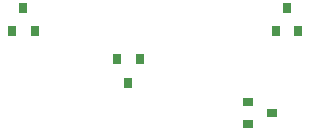
<source format=gtp>
G04 MADE WITH FRITZING*
G04 WWW.FRITZING.ORG*
G04 DOUBLE SIDED*
G04 HOLES PLATED*
G04 CONTOUR ON CENTER OF CONTOUR VECTOR*
%ASAXBY*%
%FSLAX23Y23*%
%MOIN*%
%OFA0B0*%
%SFA1.0B1.0*%
%ADD10R,0.031496X0.035433*%
%ADD11R,0.035433X0.031496*%
%ADD12R,0.001000X0.001000*%
%LNPASTEMASK1*%
G90*
G70*
G54D10*
X150Y471D03*
X225Y471D03*
X187Y549D03*
X1028Y471D03*
X1102Y471D03*
X1065Y549D03*
G54D11*
X936Y237D03*
X936Y162D03*
X1015Y199D03*
G54D10*
X575Y378D03*
X500Y378D03*
X537Y299D03*
G54D12*
D02*
G04 End of PasteMask1*
M02*
</source>
